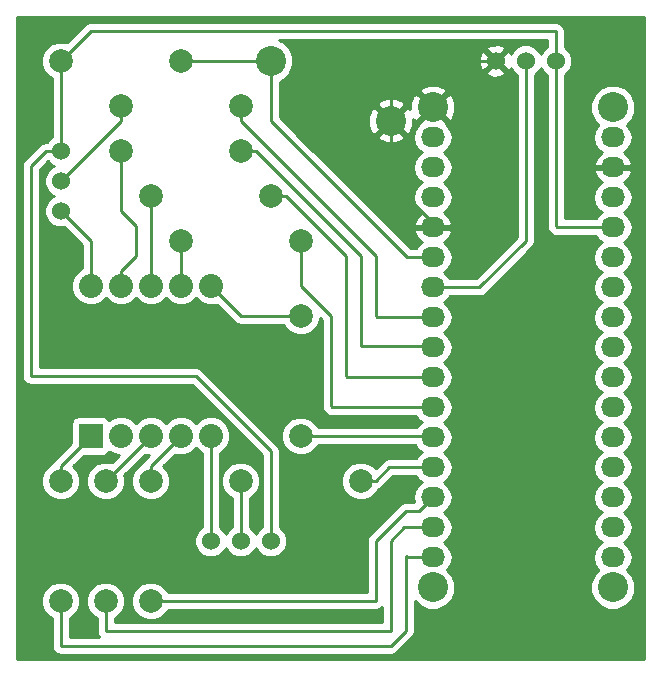
<source format=gbr>
G04 #@! TF.FileFunction,Copper,L1,Top,Signal*
%FSLAX46Y46*%
G04 Gerber Fmt 4.6, Leading zero omitted, Abs format (unit mm)*
G04 Created by KiCad (PCBNEW 4.0.2-4+6225~38~ubuntu14.04.1-stable) date 06 مار, 2016 CET 03:30:18 م*
%MOMM*%
G01*
G04 APERTURE LIST*
%ADD10C,0.100000*%
%ADD11C,1.524000*%
%ADD12O,2.032000X1.727200*%
%ADD13C,2.540000*%
%ADD14R,2.032000X2.032000*%
%ADD15C,2.032000*%
%ADD16C,1.998980*%
%ADD17C,0.250000*%
%ADD18C,0.254000*%
G04 APERTURE END LIST*
D10*
D11*
X147320000Y-64770000D03*
X149860000Y-64770000D03*
X144780000Y-64770000D03*
D12*
X139446000Y-71247000D03*
X139446000Y-73787000D03*
X139446000Y-76327000D03*
X139446000Y-78867000D03*
X139446000Y-81407000D03*
X139446000Y-83947000D03*
X139446000Y-86487000D03*
X139446000Y-89027000D03*
X139446000Y-91567000D03*
X139446000Y-94107000D03*
X139446000Y-96647000D03*
X139446000Y-99187000D03*
X139446000Y-101727000D03*
X139446000Y-104267000D03*
X139446000Y-106807000D03*
X154686000Y-71247000D03*
X154686000Y-73787000D03*
X154686000Y-76327000D03*
X154686000Y-78867000D03*
X154686000Y-81407000D03*
X154686000Y-83947000D03*
X154686000Y-86487000D03*
X154686000Y-89027000D03*
X154686000Y-91567000D03*
X154686000Y-94107000D03*
X154686000Y-96647000D03*
X154686000Y-99187000D03*
X154686000Y-101727000D03*
X154686000Y-104267000D03*
X154686000Y-106807000D03*
D13*
X139446000Y-68707000D03*
X139446000Y-109347000D03*
X154686000Y-109347000D03*
X154686000Y-68707000D03*
D14*
X110490000Y-96520000D03*
D15*
X113030000Y-96520000D03*
X115570000Y-96520000D03*
X118110000Y-96520000D03*
X113030000Y-83820000D03*
X110490000Y-83820000D03*
X120650000Y-96520000D03*
X118110000Y-83820000D03*
X120650000Y-83820000D03*
X115570000Y-83820000D03*
D11*
X107950000Y-74930000D03*
X107950000Y-77470000D03*
X107950000Y-72390000D03*
X123190000Y-105410000D03*
X120650000Y-105410000D03*
X125730000Y-105410000D03*
D16*
X107950000Y-64770000D03*
X118110000Y-64770000D03*
X123190000Y-68580000D03*
X113030000Y-68580000D03*
X128270000Y-80010000D03*
X118110000Y-80010000D03*
X128270000Y-96520000D03*
X128270000Y-86360000D03*
X115570000Y-110490000D03*
X115570000Y-100330000D03*
X107950000Y-110490000D03*
X107950000Y-100330000D03*
X111760000Y-110490000D03*
X111760000Y-100330000D03*
X125730000Y-76200000D03*
X115570000Y-76200000D03*
X123190000Y-72390000D03*
X113030000Y-72390000D03*
X133350000Y-100330000D03*
X123190000Y-100330000D03*
D13*
X125730000Y-64770000D03*
X135890000Y-69850000D03*
D17*
X135890000Y-69850000D02*
X135890000Y-64770000D01*
X135890000Y-64770000D02*
X144780000Y-64770000D01*
X139446000Y-78867000D02*
X139446000Y-78486000D01*
X139446000Y-78486000D02*
X135890000Y-74930000D01*
X135890000Y-74930000D02*
X135890000Y-69850000D01*
X139446000Y-81407000D02*
X137287000Y-81407000D01*
X125730000Y-69850000D02*
X125730000Y-64770000D01*
X137287000Y-81407000D02*
X125730000Y-69850000D01*
X125730000Y-64770000D02*
X118110000Y-64770000D01*
X139446000Y-83947000D02*
X143383000Y-83947000D01*
X147320000Y-80010000D02*
X147320000Y-64770000D01*
X143383000Y-83947000D02*
X147320000Y-80010000D01*
X123190000Y-68580000D02*
X123190000Y-69850000D01*
X134747000Y-86487000D02*
X139446000Y-86487000D01*
X134620000Y-86360000D02*
X134747000Y-86487000D01*
X134620000Y-81280000D02*
X134620000Y-86360000D01*
X123190000Y-69850000D02*
X134620000Y-81280000D01*
X139319000Y-88900000D02*
X133350000Y-88900000D01*
X124460000Y-72390000D02*
X133350000Y-81280000D01*
X133350000Y-81280000D02*
X133350000Y-88900000D01*
X124460000Y-72390000D02*
X123190000Y-72390000D01*
X139319000Y-88900000D02*
X139446000Y-89027000D01*
X125730000Y-76200000D02*
X127000000Y-76200000D01*
X132207000Y-91567000D02*
X139446000Y-91567000D01*
X132080000Y-91440000D02*
X132207000Y-91567000D01*
X132080000Y-81280000D02*
X132080000Y-91440000D01*
X127000000Y-76200000D02*
X132080000Y-81280000D01*
X128270000Y-80010000D02*
X128270000Y-83820000D01*
X130937000Y-94107000D02*
X139446000Y-94107000D01*
X130810000Y-93980000D02*
X130937000Y-94107000D01*
X130810000Y-86360000D02*
X130810000Y-93980000D01*
X128270000Y-83820000D02*
X130810000Y-86360000D01*
X128270000Y-96520000D02*
X139319000Y-96520000D01*
X139319000Y-96520000D02*
X139446000Y-96647000D01*
X133350000Y-100330000D02*
X134620000Y-100330000D01*
X135763000Y-99187000D02*
X139446000Y-99187000D01*
X134620000Y-100330000D02*
X135763000Y-99187000D01*
X115570000Y-110490000D02*
X134620000Y-110490000D01*
X138303000Y-102870000D02*
X139446000Y-101727000D01*
X137160000Y-102870000D02*
X138303000Y-102870000D01*
X134620000Y-105410000D02*
X137160000Y-102870000D01*
X134620000Y-110490000D02*
X134620000Y-105410000D01*
X111760000Y-110490000D02*
X111760000Y-113030000D01*
X137033000Y-104267000D02*
X139446000Y-104267000D01*
X135890000Y-105410000D02*
X137033000Y-104267000D01*
X135890000Y-113030000D02*
X135890000Y-105410000D01*
X111760000Y-113030000D02*
X135890000Y-113030000D01*
X107950000Y-110490000D02*
X107950000Y-114300000D01*
X137287000Y-106807000D02*
X139446000Y-106807000D01*
X137160000Y-106680000D02*
X137287000Y-106807000D01*
X137160000Y-113030000D02*
X137160000Y-106680000D01*
X135890000Y-114300000D02*
X137160000Y-113030000D01*
X107950000Y-114300000D02*
X135890000Y-114300000D01*
X154686000Y-78867000D02*
X149987000Y-78867000D01*
X149860000Y-78740000D02*
X149860000Y-64770000D01*
X149987000Y-78867000D02*
X149860000Y-78740000D01*
X149860000Y-64770000D02*
X149860000Y-62230000D01*
X110490000Y-62230000D02*
X107950000Y-64770000D01*
X149860000Y-62230000D02*
X110490000Y-62230000D01*
X125730000Y-105410000D02*
X125730000Y-97790000D01*
X106680000Y-72390000D02*
X107950000Y-72390000D01*
X105410000Y-73660000D02*
X106680000Y-72390000D01*
X105410000Y-91440000D02*
X105410000Y-73660000D01*
X119380000Y-91440000D02*
X105410000Y-91440000D01*
X121920000Y-93980000D02*
X119380000Y-91440000D01*
X125730000Y-97790000D02*
X121920000Y-93980000D01*
X107950000Y-64770000D02*
X107950000Y-72390000D01*
X107950000Y-100330000D02*
X107950000Y-99060000D01*
X107950000Y-99060000D02*
X110490000Y-96520000D01*
X111760000Y-100330000D02*
X115570000Y-96520000D01*
X115570000Y-100330000D02*
X115570000Y-99060000D01*
X115570000Y-99060000D02*
X118110000Y-96520000D01*
X113030000Y-83820000D02*
X113030000Y-82550000D01*
X113030000Y-77470000D02*
X113030000Y-72390000D01*
X114300000Y-78740000D02*
X113030000Y-77470000D01*
X114300000Y-81280000D02*
X114300000Y-78740000D01*
X113030000Y-82550000D02*
X114300000Y-81280000D01*
X110490000Y-83820000D02*
X110490000Y-80010000D01*
X110490000Y-80010000D02*
X107950000Y-77470000D01*
X120650000Y-105410000D02*
X120650000Y-96520000D01*
X118110000Y-83820000D02*
X118110000Y-80010000D01*
X128270000Y-86360000D02*
X123190000Y-86360000D01*
X123190000Y-86360000D02*
X120650000Y-83820000D01*
X115570000Y-83820000D02*
X115570000Y-76200000D01*
X113030000Y-68580000D02*
X113030000Y-69850000D01*
X113030000Y-69850000D02*
X107950000Y-74930000D01*
X123190000Y-100330000D02*
X123190000Y-105410000D01*
D18*
G36*
X157353000Y-115443000D02*
X104267000Y-115443000D01*
X104267000Y-73660000D01*
X104650000Y-73660000D01*
X104650000Y-91440000D01*
X104707852Y-91730839D01*
X104872599Y-91977401D01*
X105119161Y-92142148D01*
X105410000Y-92200000D01*
X119065198Y-92200000D01*
X124970000Y-98104802D01*
X124970000Y-104212469D01*
X124939697Y-104224990D01*
X124546371Y-104617630D01*
X124460051Y-104825512D01*
X124375010Y-104619697D01*
X123982370Y-104226371D01*
X123950000Y-104212930D01*
X123950000Y-101784496D01*
X124114655Y-101716462D01*
X124574846Y-101257073D01*
X124824206Y-100656547D01*
X124824774Y-100006306D01*
X124576462Y-99405345D01*
X124117073Y-98945154D01*
X123516547Y-98695794D01*
X122866306Y-98695226D01*
X122265345Y-98943538D01*
X121805154Y-99402927D01*
X121555794Y-100003453D01*
X121555226Y-100653694D01*
X121803538Y-101254655D01*
X122262927Y-101714846D01*
X122430000Y-101784221D01*
X122430000Y-104212469D01*
X122399697Y-104224990D01*
X122006371Y-104617630D01*
X121920051Y-104825512D01*
X121835010Y-104619697D01*
X121442370Y-104226371D01*
X121410000Y-104212930D01*
X121410000Y-97992359D01*
X121583995Y-97920466D01*
X122048834Y-97456437D01*
X122300713Y-96849845D01*
X122301286Y-96193037D01*
X122050466Y-95586005D01*
X121586437Y-95121166D01*
X120979845Y-94869287D01*
X120323037Y-94868714D01*
X119716005Y-95119534D01*
X119379821Y-95455132D01*
X119046437Y-95121166D01*
X118439845Y-94869287D01*
X117783037Y-94868714D01*
X117176005Y-95119534D01*
X116839821Y-95455132D01*
X116506437Y-95121166D01*
X115899845Y-94869287D01*
X115243037Y-94868714D01*
X114636005Y-95119534D01*
X114299821Y-95455132D01*
X113966437Y-95121166D01*
X113359845Y-94869287D01*
X112703037Y-94868714D01*
X112096005Y-95119534D01*
X112045579Y-95169872D01*
X111970090Y-95052559D01*
X111757890Y-94907569D01*
X111506000Y-94856560D01*
X109474000Y-94856560D01*
X109238683Y-94900838D01*
X109022559Y-95039910D01*
X108877569Y-95252110D01*
X108826560Y-95504000D01*
X108826560Y-97108638D01*
X107412599Y-98522599D01*
X107247852Y-98769161D01*
X107229985Y-98858982D01*
X107025345Y-98943538D01*
X106565154Y-99402927D01*
X106315794Y-100003453D01*
X106315226Y-100653694D01*
X106563538Y-101254655D01*
X107022927Y-101714846D01*
X107623453Y-101964206D01*
X108273694Y-101964774D01*
X108874655Y-101716462D01*
X109334846Y-101257073D01*
X109584206Y-100656547D01*
X109584774Y-100006306D01*
X109336462Y-99405345D01*
X109008246Y-99076556D01*
X109901362Y-98183440D01*
X111506000Y-98183440D01*
X111741317Y-98139162D01*
X111957441Y-98000090D01*
X112045713Y-97870900D01*
X112093563Y-97918834D01*
X112700155Y-98170713D01*
X112844359Y-98170839D01*
X112251083Y-98764115D01*
X112086547Y-98695794D01*
X111436306Y-98695226D01*
X110835345Y-98943538D01*
X110375154Y-99402927D01*
X110125794Y-100003453D01*
X110125226Y-100653694D01*
X110373538Y-101254655D01*
X110832927Y-101714846D01*
X111433453Y-101964206D01*
X112083694Y-101964774D01*
X112684655Y-101716462D01*
X113144846Y-101257073D01*
X113394206Y-100656547D01*
X113394774Y-100006306D01*
X113325691Y-99839111D01*
X115066286Y-98098516D01*
X115240155Y-98170713D01*
X115384359Y-98170839D01*
X115032599Y-98522599D01*
X114867852Y-98769161D01*
X114849985Y-98858982D01*
X114645345Y-98943538D01*
X114185154Y-99402927D01*
X113935794Y-100003453D01*
X113935226Y-100653694D01*
X114183538Y-101254655D01*
X114642927Y-101714846D01*
X115243453Y-101964206D01*
X115893694Y-101964774D01*
X116494655Y-101716462D01*
X116954846Y-101257073D01*
X117204206Y-100656547D01*
X117204774Y-100006306D01*
X116956462Y-99405345D01*
X116628246Y-99076556D01*
X117606286Y-98098516D01*
X117780155Y-98170713D01*
X118436963Y-98171286D01*
X119043995Y-97920466D01*
X119380179Y-97584868D01*
X119713563Y-97918834D01*
X119890000Y-97992097D01*
X119890000Y-104212469D01*
X119859697Y-104224990D01*
X119466371Y-104617630D01*
X119253243Y-105130900D01*
X119252758Y-105686661D01*
X119464990Y-106200303D01*
X119857630Y-106593629D01*
X120370900Y-106806757D01*
X120926661Y-106807242D01*
X121440303Y-106595010D01*
X121833629Y-106202370D01*
X121919949Y-105994488D01*
X122004990Y-106200303D01*
X122397630Y-106593629D01*
X122910900Y-106806757D01*
X123466661Y-106807242D01*
X123980303Y-106595010D01*
X124373629Y-106202370D01*
X124459949Y-105994488D01*
X124544990Y-106200303D01*
X124937630Y-106593629D01*
X125450900Y-106806757D01*
X126006661Y-106807242D01*
X126520303Y-106595010D01*
X126913629Y-106202370D01*
X127126757Y-105689100D01*
X127127242Y-105133339D01*
X126915010Y-104619697D01*
X126522370Y-104226371D01*
X126490000Y-104212930D01*
X126490000Y-97790000D01*
X126432148Y-97499161D01*
X126267401Y-97252599D01*
X119917401Y-90902599D01*
X119670839Y-90737852D01*
X119380000Y-90680000D01*
X106170000Y-90680000D01*
X106170000Y-73974802D01*
X106864657Y-73280145D01*
X107157630Y-73573629D01*
X107365512Y-73659949D01*
X107159697Y-73744990D01*
X106766371Y-74137630D01*
X106553243Y-74650900D01*
X106552758Y-75206661D01*
X106764990Y-75720303D01*
X107157630Y-76113629D01*
X107365512Y-76199949D01*
X107159697Y-76284990D01*
X106766371Y-76677630D01*
X106553243Y-77190900D01*
X106552758Y-77746661D01*
X106764990Y-78260303D01*
X107157630Y-78653629D01*
X107670900Y-78866757D01*
X108226661Y-78867242D01*
X108259055Y-78853857D01*
X109730000Y-80324802D01*
X109730000Y-82347641D01*
X109556005Y-82419534D01*
X109091166Y-82883563D01*
X108839287Y-83490155D01*
X108838714Y-84146963D01*
X109089534Y-84753995D01*
X109553563Y-85218834D01*
X110160155Y-85470713D01*
X110816963Y-85471286D01*
X111423995Y-85220466D01*
X111760179Y-84884868D01*
X112093563Y-85218834D01*
X112700155Y-85470713D01*
X113356963Y-85471286D01*
X113963995Y-85220466D01*
X114300179Y-84884868D01*
X114633563Y-85218834D01*
X115240155Y-85470713D01*
X115896963Y-85471286D01*
X116503995Y-85220466D01*
X116840179Y-84884868D01*
X117173563Y-85218834D01*
X117780155Y-85470713D01*
X118436963Y-85471286D01*
X119043995Y-85220466D01*
X119380179Y-84884868D01*
X119713563Y-85218834D01*
X120320155Y-85470713D01*
X120976963Y-85471286D01*
X121153529Y-85398331D01*
X122652599Y-86897401D01*
X122899160Y-87062148D01*
X122947414Y-87071746D01*
X123190000Y-87120000D01*
X126815504Y-87120000D01*
X126883538Y-87284655D01*
X127342927Y-87744846D01*
X127943453Y-87994206D01*
X128593694Y-87994774D01*
X129194655Y-87746462D01*
X129654846Y-87287073D01*
X129904206Y-86686547D01*
X129904343Y-86529145D01*
X130050000Y-86674802D01*
X130050000Y-93980000D01*
X130107852Y-94270839D01*
X130272599Y-94517401D01*
X130399599Y-94644401D01*
X130646161Y-94809148D01*
X130937000Y-94867000D01*
X138001352Y-94867000D01*
X138201585Y-95166670D01*
X138516366Y-95377000D01*
X138201585Y-95587330D01*
X138086211Y-95760000D01*
X129724496Y-95760000D01*
X129656462Y-95595345D01*
X129197073Y-95135154D01*
X128596547Y-94885794D01*
X127946306Y-94885226D01*
X127345345Y-95133538D01*
X126885154Y-95592927D01*
X126635794Y-96193453D01*
X126635226Y-96843694D01*
X126883538Y-97444655D01*
X127342927Y-97904846D01*
X127943453Y-98154206D01*
X128593694Y-98154774D01*
X129194655Y-97906462D01*
X129654846Y-97447073D01*
X129724221Y-97280000D01*
X137916493Y-97280000D01*
X138201585Y-97706670D01*
X138516366Y-97917000D01*
X138201585Y-98127330D01*
X138001352Y-98427000D01*
X135763000Y-98427000D01*
X135472161Y-98484852D01*
X135225599Y-98649599D01*
X134603274Y-99271924D01*
X134277073Y-98945154D01*
X133676547Y-98695794D01*
X133026306Y-98695226D01*
X132425345Y-98943538D01*
X131965154Y-99402927D01*
X131715794Y-100003453D01*
X131715226Y-100653694D01*
X131963538Y-101254655D01*
X132422927Y-101714846D01*
X133023453Y-101964206D01*
X133673694Y-101964774D01*
X134274655Y-101716462D01*
X134734846Y-101257073D01*
X134820807Y-101050057D01*
X134910839Y-101032148D01*
X135157401Y-100867401D01*
X136077802Y-99947000D01*
X138001352Y-99947000D01*
X138201585Y-100246670D01*
X138516366Y-100457000D01*
X138201585Y-100667330D01*
X137876729Y-101153511D01*
X137762655Y-101727000D01*
X137838838Y-102110000D01*
X137160000Y-102110000D01*
X136917414Y-102158254D01*
X136869160Y-102167852D01*
X136622599Y-102332599D01*
X134082599Y-104872599D01*
X133917852Y-105119161D01*
X133860000Y-105410000D01*
X133860000Y-109730000D01*
X117024496Y-109730000D01*
X116956462Y-109565345D01*
X116497073Y-109105154D01*
X115896547Y-108855794D01*
X115246306Y-108855226D01*
X114645345Y-109103538D01*
X114185154Y-109562927D01*
X113935794Y-110163453D01*
X113935226Y-110813694D01*
X114183538Y-111414655D01*
X114642927Y-111874846D01*
X115243453Y-112124206D01*
X115893694Y-112124774D01*
X116494655Y-111876462D01*
X116954846Y-111417073D01*
X117024221Y-111250000D01*
X134620000Y-111250000D01*
X134910839Y-111192148D01*
X135130000Y-111045710D01*
X135130000Y-112270000D01*
X112520000Y-112270000D01*
X112520000Y-111944496D01*
X112684655Y-111876462D01*
X113144846Y-111417073D01*
X113394206Y-110816547D01*
X113394774Y-110166306D01*
X113146462Y-109565345D01*
X112687073Y-109105154D01*
X112086547Y-108855794D01*
X111436306Y-108855226D01*
X110835345Y-109103538D01*
X110375154Y-109562927D01*
X110125794Y-110163453D01*
X110125226Y-110813694D01*
X110373538Y-111414655D01*
X110832927Y-111874846D01*
X111000000Y-111944221D01*
X111000000Y-113030000D01*
X111057852Y-113320839D01*
X111204290Y-113540000D01*
X108710000Y-113540000D01*
X108710000Y-111944496D01*
X108874655Y-111876462D01*
X109334846Y-111417073D01*
X109584206Y-110816547D01*
X109584774Y-110166306D01*
X109336462Y-109565345D01*
X108877073Y-109105154D01*
X108276547Y-108855794D01*
X107626306Y-108855226D01*
X107025345Y-109103538D01*
X106565154Y-109562927D01*
X106315794Y-110163453D01*
X106315226Y-110813694D01*
X106563538Y-111414655D01*
X107022927Y-111874846D01*
X107190000Y-111944221D01*
X107190000Y-114300000D01*
X107247852Y-114590839D01*
X107412599Y-114837401D01*
X107659161Y-115002148D01*
X107950000Y-115060000D01*
X135890000Y-115060000D01*
X136180839Y-115002148D01*
X136427401Y-114837401D01*
X137697401Y-113567401D01*
X137862148Y-113320840D01*
X137920000Y-113030000D01*
X137920000Y-110514765D01*
X138365495Y-110961039D01*
X139065410Y-111251668D01*
X139823265Y-111252330D01*
X140523686Y-110962922D01*
X141060039Y-110427505D01*
X141350668Y-109727590D01*
X141351330Y-108969735D01*
X141061922Y-108269314D01*
X140672158Y-107878869D01*
X140690415Y-107866670D01*
X141015271Y-107380489D01*
X141129345Y-106807000D01*
X141015271Y-106233511D01*
X140690415Y-105747330D01*
X140375634Y-105537000D01*
X140690415Y-105326670D01*
X141015271Y-104840489D01*
X141129345Y-104267000D01*
X141015271Y-103693511D01*
X140690415Y-103207330D01*
X140375634Y-102997000D01*
X140690415Y-102786670D01*
X141015271Y-102300489D01*
X141129345Y-101727000D01*
X141015271Y-101153511D01*
X140690415Y-100667330D01*
X140375634Y-100457000D01*
X140690415Y-100246670D01*
X141015271Y-99760489D01*
X141129345Y-99187000D01*
X141015271Y-98613511D01*
X140690415Y-98127330D01*
X140375634Y-97917000D01*
X140690415Y-97706670D01*
X141015271Y-97220489D01*
X141129345Y-96647000D01*
X141015271Y-96073511D01*
X140690415Y-95587330D01*
X140375634Y-95377000D01*
X140690415Y-95166670D01*
X141015271Y-94680489D01*
X141129345Y-94107000D01*
X141015271Y-93533511D01*
X140690415Y-93047330D01*
X140375634Y-92837000D01*
X140690415Y-92626670D01*
X141015271Y-92140489D01*
X141129345Y-91567000D01*
X141015271Y-90993511D01*
X140690415Y-90507330D01*
X140375634Y-90297000D01*
X140690415Y-90086670D01*
X141015271Y-89600489D01*
X141129345Y-89027000D01*
X141015271Y-88453511D01*
X140690415Y-87967330D01*
X140375634Y-87757000D01*
X140690415Y-87546670D01*
X141015271Y-87060489D01*
X141129345Y-86487000D01*
X141015271Y-85913511D01*
X140690415Y-85427330D01*
X140375634Y-85217000D01*
X140690415Y-85006670D01*
X140890648Y-84707000D01*
X143383000Y-84707000D01*
X143673839Y-84649148D01*
X143920401Y-84484401D01*
X147857401Y-80547401D01*
X148022148Y-80300839D01*
X148080000Y-80010000D01*
X148080000Y-65967531D01*
X148110303Y-65955010D01*
X148503629Y-65562370D01*
X148589949Y-65354488D01*
X148674990Y-65560303D01*
X149067630Y-65953629D01*
X149100000Y-65967070D01*
X149100000Y-78740000D01*
X149157852Y-79030839D01*
X149322599Y-79277401D01*
X149449599Y-79404401D01*
X149696161Y-79569148D01*
X149987000Y-79627000D01*
X153241352Y-79627000D01*
X153441585Y-79926670D01*
X153756366Y-80137000D01*
X153441585Y-80347330D01*
X153116729Y-80833511D01*
X153002655Y-81407000D01*
X153116729Y-81980489D01*
X153441585Y-82466670D01*
X153756366Y-82677000D01*
X153441585Y-82887330D01*
X153116729Y-83373511D01*
X153002655Y-83947000D01*
X153116729Y-84520489D01*
X153441585Y-85006670D01*
X153756366Y-85217000D01*
X153441585Y-85427330D01*
X153116729Y-85913511D01*
X153002655Y-86487000D01*
X153116729Y-87060489D01*
X153441585Y-87546670D01*
X153756366Y-87757000D01*
X153441585Y-87967330D01*
X153116729Y-88453511D01*
X153002655Y-89027000D01*
X153116729Y-89600489D01*
X153441585Y-90086670D01*
X153756366Y-90297000D01*
X153441585Y-90507330D01*
X153116729Y-90993511D01*
X153002655Y-91567000D01*
X153116729Y-92140489D01*
X153441585Y-92626670D01*
X153756366Y-92837000D01*
X153441585Y-93047330D01*
X153116729Y-93533511D01*
X153002655Y-94107000D01*
X153116729Y-94680489D01*
X153441585Y-95166670D01*
X153756366Y-95377000D01*
X153441585Y-95587330D01*
X153116729Y-96073511D01*
X153002655Y-96647000D01*
X153116729Y-97220489D01*
X153441585Y-97706670D01*
X153756366Y-97917000D01*
X153441585Y-98127330D01*
X153116729Y-98613511D01*
X153002655Y-99187000D01*
X153116729Y-99760489D01*
X153441585Y-100246670D01*
X153756366Y-100457000D01*
X153441585Y-100667330D01*
X153116729Y-101153511D01*
X153002655Y-101727000D01*
X153116729Y-102300489D01*
X153441585Y-102786670D01*
X153756366Y-102997000D01*
X153441585Y-103207330D01*
X153116729Y-103693511D01*
X153002655Y-104267000D01*
X153116729Y-104840489D01*
X153441585Y-105326670D01*
X153756366Y-105537000D01*
X153441585Y-105747330D01*
X153116729Y-106233511D01*
X153002655Y-106807000D01*
X153116729Y-107380489D01*
X153441585Y-107866670D01*
X153460095Y-107879038D01*
X153071961Y-108266495D01*
X152781332Y-108966410D01*
X152780670Y-109724265D01*
X153070078Y-110424686D01*
X153605495Y-110961039D01*
X154305410Y-111251668D01*
X155063265Y-111252330D01*
X155763686Y-110962922D01*
X156300039Y-110427505D01*
X156590668Y-109727590D01*
X156591330Y-108969735D01*
X156301922Y-108269314D01*
X155912158Y-107878869D01*
X155930415Y-107866670D01*
X156255271Y-107380489D01*
X156369345Y-106807000D01*
X156255271Y-106233511D01*
X155930415Y-105747330D01*
X155615634Y-105537000D01*
X155930415Y-105326670D01*
X156255271Y-104840489D01*
X156369345Y-104267000D01*
X156255271Y-103693511D01*
X155930415Y-103207330D01*
X155615634Y-102997000D01*
X155930415Y-102786670D01*
X156255271Y-102300489D01*
X156369345Y-101727000D01*
X156255271Y-101153511D01*
X155930415Y-100667330D01*
X155615634Y-100457000D01*
X155930415Y-100246670D01*
X156255271Y-99760489D01*
X156369345Y-99187000D01*
X156255271Y-98613511D01*
X155930415Y-98127330D01*
X155615634Y-97917000D01*
X155930415Y-97706670D01*
X156255271Y-97220489D01*
X156369345Y-96647000D01*
X156255271Y-96073511D01*
X155930415Y-95587330D01*
X155615634Y-95377000D01*
X155930415Y-95166670D01*
X156255271Y-94680489D01*
X156369345Y-94107000D01*
X156255271Y-93533511D01*
X155930415Y-93047330D01*
X155615634Y-92837000D01*
X155930415Y-92626670D01*
X156255271Y-92140489D01*
X156369345Y-91567000D01*
X156255271Y-90993511D01*
X155930415Y-90507330D01*
X155615634Y-90297000D01*
X155930415Y-90086670D01*
X156255271Y-89600489D01*
X156369345Y-89027000D01*
X156255271Y-88453511D01*
X155930415Y-87967330D01*
X155615634Y-87757000D01*
X155930415Y-87546670D01*
X156255271Y-87060489D01*
X156369345Y-86487000D01*
X156255271Y-85913511D01*
X155930415Y-85427330D01*
X155615634Y-85217000D01*
X155930415Y-85006670D01*
X156255271Y-84520489D01*
X156369345Y-83947000D01*
X156255271Y-83373511D01*
X155930415Y-82887330D01*
X155615634Y-82677000D01*
X155930415Y-82466670D01*
X156255271Y-81980489D01*
X156369345Y-81407000D01*
X156255271Y-80833511D01*
X155930415Y-80347330D01*
X155615634Y-80137000D01*
X155930415Y-79926670D01*
X156255271Y-79440489D01*
X156369345Y-78867000D01*
X156255271Y-78293511D01*
X155930415Y-77807330D01*
X155615634Y-77597000D01*
X155930415Y-77386670D01*
X156255271Y-76900489D01*
X156369345Y-76327000D01*
X156255271Y-75753511D01*
X155930415Y-75267330D01*
X155620931Y-75060539D01*
X156036732Y-74689036D01*
X156290709Y-74161791D01*
X156293358Y-74146026D01*
X156172217Y-73914000D01*
X154813000Y-73914000D01*
X154813000Y-73934000D01*
X154559000Y-73934000D01*
X154559000Y-73914000D01*
X153199783Y-73914000D01*
X153078642Y-74146026D01*
X153081291Y-74161791D01*
X153335268Y-74689036D01*
X153751069Y-75060539D01*
X153441585Y-75267330D01*
X153116729Y-75753511D01*
X153002655Y-76327000D01*
X153116729Y-76900489D01*
X153441585Y-77386670D01*
X153756366Y-77597000D01*
X153441585Y-77807330D01*
X153241352Y-78107000D01*
X150620000Y-78107000D01*
X150620000Y-69084265D01*
X152780670Y-69084265D01*
X153070078Y-69784686D01*
X153459842Y-70175131D01*
X153441585Y-70187330D01*
X153116729Y-70673511D01*
X153002655Y-71247000D01*
X153116729Y-71820489D01*
X153441585Y-72306670D01*
X153751069Y-72513461D01*
X153335268Y-72884964D01*
X153081291Y-73412209D01*
X153078642Y-73427974D01*
X153199783Y-73660000D01*
X154559000Y-73660000D01*
X154559000Y-73640000D01*
X154813000Y-73640000D01*
X154813000Y-73660000D01*
X156172217Y-73660000D01*
X156293358Y-73427974D01*
X156290709Y-73412209D01*
X156036732Y-72884964D01*
X155620931Y-72513461D01*
X155930415Y-72306670D01*
X156255271Y-71820489D01*
X156369345Y-71247000D01*
X156255271Y-70673511D01*
X155930415Y-70187330D01*
X155911905Y-70174962D01*
X156300039Y-69787505D01*
X156590668Y-69087590D01*
X156591330Y-68329735D01*
X156301922Y-67629314D01*
X155766505Y-67092961D01*
X155066590Y-66802332D01*
X154308735Y-66801670D01*
X153608314Y-67091078D01*
X153071961Y-67626495D01*
X152781332Y-68326410D01*
X152780670Y-69084265D01*
X150620000Y-69084265D01*
X150620000Y-65967531D01*
X150650303Y-65955010D01*
X151043629Y-65562370D01*
X151256757Y-65049100D01*
X151257242Y-64493339D01*
X151045010Y-63979697D01*
X150652370Y-63586371D01*
X150620000Y-63572930D01*
X150620000Y-62230000D01*
X150562148Y-61939161D01*
X150397401Y-61692599D01*
X150150839Y-61527852D01*
X149860000Y-61470000D01*
X110490000Y-61470000D01*
X110247414Y-61518254D01*
X110199160Y-61527852D01*
X109952599Y-61692599D01*
X108441083Y-63204115D01*
X108276547Y-63135794D01*
X107626306Y-63135226D01*
X107025345Y-63383538D01*
X106565154Y-63842927D01*
X106315794Y-64443453D01*
X106315226Y-65093694D01*
X106563538Y-65694655D01*
X107022927Y-66154846D01*
X107190000Y-66224221D01*
X107190000Y-71192469D01*
X107159697Y-71204990D01*
X106766371Y-71597630D01*
X106752930Y-71630000D01*
X106680000Y-71630000D01*
X106389160Y-71687852D01*
X106142599Y-71852599D01*
X104872599Y-73122599D01*
X104707852Y-73369161D01*
X104650000Y-73660000D01*
X104267000Y-73660000D01*
X104267000Y-61087000D01*
X157353000Y-61087000D01*
X157353000Y-115443000D01*
X157353000Y-115443000D01*
G37*
X157353000Y-115443000D02*
X104267000Y-115443000D01*
X104267000Y-73660000D01*
X104650000Y-73660000D01*
X104650000Y-91440000D01*
X104707852Y-91730839D01*
X104872599Y-91977401D01*
X105119161Y-92142148D01*
X105410000Y-92200000D01*
X119065198Y-92200000D01*
X124970000Y-98104802D01*
X124970000Y-104212469D01*
X124939697Y-104224990D01*
X124546371Y-104617630D01*
X124460051Y-104825512D01*
X124375010Y-104619697D01*
X123982370Y-104226371D01*
X123950000Y-104212930D01*
X123950000Y-101784496D01*
X124114655Y-101716462D01*
X124574846Y-101257073D01*
X124824206Y-100656547D01*
X124824774Y-100006306D01*
X124576462Y-99405345D01*
X124117073Y-98945154D01*
X123516547Y-98695794D01*
X122866306Y-98695226D01*
X122265345Y-98943538D01*
X121805154Y-99402927D01*
X121555794Y-100003453D01*
X121555226Y-100653694D01*
X121803538Y-101254655D01*
X122262927Y-101714846D01*
X122430000Y-101784221D01*
X122430000Y-104212469D01*
X122399697Y-104224990D01*
X122006371Y-104617630D01*
X121920051Y-104825512D01*
X121835010Y-104619697D01*
X121442370Y-104226371D01*
X121410000Y-104212930D01*
X121410000Y-97992359D01*
X121583995Y-97920466D01*
X122048834Y-97456437D01*
X122300713Y-96849845D01*
X122301286Y-96193037D01*
X122050466Y-95586005D01*
X121586437Y-95121166D01*
X120979845Y-94869287D01*
X120323037Y-94868714D01*
X119716005Y-95119534D01*
X119379821Y-95455132D01*
X119046437Y-95121166D01*
X118439845Y-94869287D01*
X117783037Y-94868714D01*
X117176005Y-95119534D01*
X116839821Y-95455132D01*
X116506437Y-95121166D01*
X115899845Y-94869287D01*
X115243037Y-94868714D01*
X114636005Y-95119534D01*
X114299821Y-95455132D01*
X113966437Y-95121166D01*
X113359845Y-94869287D01*
X112703037Y-94868714D01*
X112096005Y-95119534D01*
X112045579Y-95169872D01*
X111970090Y-95052559D01*
X111757890Y-94907569D01*
X111506000Y-94856560D01*
X109474000Y-94856560D01*
X109238683Y-94900838D01*
X109022559Y-95039910D01*
X108877569Y-95252110D01*
X108826560Y-95504000D01*
X108826560Y-97108638D01*
X107412599Y-98522599D01*
X107247852Y-98769161D01*
X107229985Y-98858982D01*
X107025345Y-98943538D01*
X106565154Y-99402927D01*
X106315794Y-100003453D01*
X106315226Y-100653694D01*
X106563538Y-101254655D01*
X107022927Y-101714846D01*
X107623453Y-101964206D01*
X108273694Y-101964774D01*
X108874655Y-101716462D01*
X109334846Y-101257073D01*
X109584206Y-100656547D01*
X109584774Y-100006306D01*
X109336462Y-99405345D01*
X109008246Y-99076556D01*
X109901362Y-98183440D01*
X111506000Y-98183440D01*
X111741317Y-98139162D01*
X111957441Y-98000090D01*
X112045713Y-97870900D01*
X112093563Y-97918834D01*
X112700155Y-98170713D01*
X112844359Y-98170839D01*
X112251083Y-98764115D01*
X112086547Y-98695794D01*
X111436306Y-98695226D01*
X110835345Y-98943538D01*
X110375154Y-99402927D01*
X110125794Y-100003453D01*
X110125226Y-100653694D01*
X110373538Y-101254655D01*
X110832927Y-101714846D01*
X111433453Y-101964206D01*
X112083694Y-101964774D01*
X112684655Y-101716462D01*
X113144846Y-101257073D01*
X113394206Y-100656547D01*
X113394774Y-100006306D01*
X113325691Y-99839111D01*
X115066286Y-98098516D01*
X115240155Y-98170713D01*
X115384359Y-98170839D01*
X115032599Y-98522599D01*
X114867852Y-98769161D01*
X114849985Y-98858982D01*
X114645345Y-98943538D01*
X114185154Y-99402927D01*
X113935794Y-100003453D01*
X113935226Y-100653694D01*
X114183538Y-101254655D01*
X114642927Y-101714846D01*
X115243453Y-101964206D01*
X115893694Y-101964774D01*
X116494655Y-101716462D01*
X116954846Y-101257073D01*
X117204206Y-100656547D01*
X117204774Y-100006306D01*
X116956462Y-99405345D01*
X116628246Y-99076556D01*
X117606286Y-98098516D01*
X117780155Y-98170713D01*
X118436963Y-98171286D01*
X119043995Y-97920466D01*
X119380179Y-97584868D01*
X119713563Y-97918834D01*
X119890000Y-97992097D01*
X119890000Y-104212469D01*
X119859697Y-104224990D01*
X119466371Y-104617630D01*
X119253243Y-105130900D01*
X119252758Y-105686661D01*
X119464990Y-106200303D01*
X119857630Y-106593629D01*
X120370900Y-106806757D01*
X120926661Y-106807242D01*
X121440303Y-106595010D01*
X121833629Y-106202370D01*
X121919949Y-105994488D01*
X122004990Y-106200303D01*
X122397630Y-106593629D01*
X122910900Y-106806757D01*
X123466661Y-106807242D01*
X123980303Y-106595010D01*
X124373629Y-106202370D01*
X124459949Y-105994488D01*
X124544990Y-106200303D01*
X124937630Y-106593629D01*
X125450900Y-106806757D01*
X126006661Y-106807242D01*
X126520303Y-106595010D01*
X126913629Y-106202370D01*
X127126757Y-105689100D01*
X127127242Y-105133339D01*
X126915010Y-104619697D01*
X126522370Y-104226371D01*
X126490000Y-104212930D01*
X126490000Y-97790000D01*
X126432148Y-97499161D01*
X126267401Y-97252599D01*
X119917401Y-90902599D01*
X119670839Y-90737852D01*
X119380000Y-90680000D01*
X106170000Y-90680000D01*
X106170000Y-73974802D01*
X106864657Y-73280145D01*
X107157630Y-73573629D01*
X107365512Y-73659949D01*
X107159697Y-73744990D01*
X106766371Y-74137630D01*
X106553243Y-74650900D01*
X106552758Y-75206661D01*
X106764990Y-75720303D01*
X107157630Y-76113629D01*
X107365512Y-76199949D01*
X107159697Y-76284990D01*
X106766371Y-76677630D01*
X106553243Y-77190900D01*
X106552758Y-77746661D01*
X106764990Y-78260303D01*
X107157630Y-78653629D01*
X107670900Y-78866757D01*
X108226661Y-78867242D01*
X108259055Y-78853857D01*
X109730000Y-80324802D01*
X109730000Y-82347641D01*
X109556005Y-82419534D01*
X109091166Y-82883563D01*
X108839287Y-83490155D01*
X108838714Y-84146963D01*
X109089534Y-84753995D01*
X109553563Y-85218834D01*
X110160155Y-85470713D01*
X110816963Y-85471286D01*
X111423995Y-85220466D01*
X111760179Y-84884868D01*
X112093563Y-85218834D01*
X112700155Y-85470713D01*
X113356963Y-85471286D01*
X113963995Y-85220466D01*
X114300179Y-84884868D01*
X114633563Y-85218834D01*
X115240155Y-85470713D01*
X115896963Y-85471286D01*
X116503995Y-85220466D01*
X116840179Y-84884868D01*
X117173563Y-85218834D01*
X117780155Y-85470713D01*
X118436963Y-85471286D01*
X119043995Y-85220466D01*
X119380179Y-84884868D01*
X119713563Y-85218834D01*
X120320155Y-85470713D01*
X120976963Y-85471286D01*
X121153529Y-85398331D01*
X122652599Y-86897401D01*
X122899160Y-87062148D01*
X122947414Y-87071746D01*
X123190000Y-87120000D01*
X126815504Y-87120000D01*
X126883538Y-87284655D01*
X127342927Y-87744846D01*
X127943453Y-87994206D01*
X128593694Y-87994774D01*
X129194655Y-87746462D01*
X129654846Y-87287073D01*
X129904206Y-86686547D01*
X129904343Y-86529145D01*
X130050000Y-86674802D01*
X130050000Y-93980000D01*
X130107852Y-94270839D01*
X130272599Y-94517401D01*
X130399599Y-94644401D01*
X130646161Y-94809148D01*
X130937000Y-94867000D01*
X138001352Y-94867000D01*
X138201585Y-95166670D01*
X138516366Y-95377000D01*
X138201585Y-95587330D01*
X138086211Y-95760000D01*
X129724496Y-95760000D01*
X129656462Y-95595345D01*
X129197073Y-95135154D01*
X128596547Y-94885794D01*
X127946306Y-94885226D01*
X127345345Y-95133538D01*
X126885154Y-95592927D01*
X126635794Y-96193453D01*
X126635226Y-96843694D01*
X126883538Y-97444655D01*
X127342927Y-97904846D01*
X127943453Y-98154206D01*
X128593694Y-98154774D01*
X129194655Y-97906462D01*
X129654846Y-97447073D01*
X129724221Y-97280000D01*
X137916493Y-97280000D01*
X138201585Y-97706670D01*
X138516366Y-97917000D01*
X138201585Y-98127330D01*
X138001352Y-98427000D01*
X135763000Y-98427000D01*
X135472161Y-98484852D01*
X135225599Y-98649599D01*
X134603274Y-99271924D01*
X134277073Y-98945154D01*
X133676547Y-98695794D01*
X133026306Y-98695226D01*
X132425345Y-98943538D01*
X131965154Y-99402927D01*
X131715794Y-100003453D01*
X131715226Y-100653694D01*
X131963538Y-101254655D01*
X132422927Y-101714846D01*
X133023453Y-101964206D01*
X133673694Y-101964774D01*
X134274655Y-101716462D01*
X134734846Y-101257073D01*
X134820807Y-101050057D01*
X134910839Y-101032148D01*
X135157401Y-100867401D01*
X136077802Y-99947000D01*
X138001352Y-99947000D01*
X138201585Y-100246670D01*
X138516366Y-100457000D01*
X138201585Y-100667330D01*
X137876729Y-101153511D01*
X137762655Y-101727000D01*
X137838838Y-102110000D01*
X137160000Y-102110000D01*
X136917414Y-102158254D01*
X136869160Y-102167852D01*
X136622599Y-102332599D01*
X134082599Y-104872599D01*
X133917852Y-105119161D01*
X133860000Y-105410000D01*
X133860000Y-109730000D01*
X117024496Y-109730000D01*
X116956462Y-109565345D01*
X116497073Y-109105154D01*
X115896547Y-108855794D01*
X115246306Y-108855226D01*
X114645345Y-109103538D01*
X114185154Y-109562927D01*
X113935794Y-110163453D01*
X113935226Y-110813694D01*
X114183538Y-111414655D01*
X114642927Y-111874846D01*
X115243453Y-112124206D01*
X115893694Y-112124774D01*
X116494655Y-111876462D01*
X116954846Y-111417073D01*
X117024221Y-111250000D01*
X134620000Y-111250000D01*
X134910839Y-111192148D01*
X135130000Y-111045710D01*
X135130000Y-112270000D01*
X112520000Y-112270000D01*
X112520000Y-111944496D01*
X112684655Y-111876462D01*
X113144846Y-111417073D01*
X113394206Y-110816547D01*
X113394774Y-110166306D01*
X113146462Y-109565345D01*
X112687073Y-109105154D01*
X112086547Y-108855794D01*
X111436306Y-108855226D01*
X110835345Y-109103538D01*
X110375154Y-109562927D01*
X110125794Y-110163453D01*
X110125226Y-110813694D01*
X110373538Y-111414655D01*
X110832927Y-111874846D01*
X111000000Y-111944221D01*
X111000000Y-113030000D01*
X111057852Y-113320839D01*
X111204290Y-113540000D01*
X108710000Y-113540000D01*
X108710000Y-111944496D01*
X108874655Y-111876462D01*
X109334846Y-111417073D01*
X109584206Y-110816547D01*
X109584774Y-110166306D01*
X109336462Y-109565345D01*
X108877073Y-109105154D01*
X108276547Y-108855794D01*
X107626306Y-108855226D01*
X107025345Y-109103538D01*
X106565154Y-109562927D01*
X106315794Y-110163453D01*
X106315226Y-110813694D01*
X106563538Y-111414655D01*
X107022927Y-111874846D01*
X107190000Y-111944221D01*
X107190000Y-114300000D01*
X107247852Y-114590839D01*
X107412599Y-114837401D01*
X107659161Y-115002148D01*
X107950000Y-115060000D01*
X135890000Y-115060000D01*
X136180839Y-115002148D01*
X136427401Y-114837401D01*
X137697401Y-113567401D01*
X137862148Y-113320840D01*
X137920000Y-113030000D01*
X137920000Y-110514765D01*
X138365495Y-110961039D01*
X139065410Y-111251668D01*
X139823265Y-111252330D01*
X140523686Y-110962922D01*
X141060039Y-110427505D01*
X141350668Y-109727590D01*
X141351330Y-108969735D01*
X141061922Y-108269314D01*
X140672158Y-107878869D01*
X140690415Y-107866670D01*
X141015271Y-107380489D01*
X141129345Y-106807000D01*
X141015271Y-106233511D01*
X140690415Y-105747330D01*
X140375634Y-105537000D01*
X140690415Y-105326670D01*
X141015271Y-104840489D01*
X141129345Y-104267000D01*
X141015271Y-103693511D01*
X140690415Y-103207330D01*
X140375634Y-102997000D01*
X140690415Y-102786670D01*
X141015271Y-102300489D01*
X141129345Y-101727000D01*
X141015271Y-101153511D01*
X140690415Y-100667330D01*
X140375634Y-100457000D01*
X140690415Y-100246670D01*
X141015271Y-99760489D01*
X141129345Y-99187000D01*
X141015271Y-98613511D01*
X140690415Y-98127330D01*
X140375634Y-97917000D01*
X140690415Y-97706670D01*
X141015271Y-97220489D01*
X141129345Y-96647000D01*
X141015271Y-96073511D01*
X140690415Y-95587330D01*
X140375634Y-95377000D01*
X140690415Y-95166670D01*
X141015271Y-94680489D01*
X141129345Y-94107000D01*
X141015271Y-93533511D01*
X140690415Y-93047330D01*
X140375634Y-92837000D01*
X140690415Y-92626670D01*
X141015271Y-92140489D01*
X141129345Y-91567000D01*
X141015271Y-90993511D01*
X140690415Y-90507330D01*
X140375634Y-90297000D01*
X140690415Y-90086670D01*
X141015271Y-89600489D01*
X141129345Y-89027000D01*
X141015271Y-88453511D01*
X140690415Y-87967330D01*
X140375634Y-87757000D01*
X140690415Y-87546670D01*
X141015271Y-87060489D01*
X141129345Y-86487000D01*
X141015271Y-85913511D01*
X140690415Y-85427330D01*
X140375634Y-85217000D01*
X140690415Y-85006670D01*
X140890648Y-84707000D01*
X143383000Y-84707000D01*
X143673839Y-84649148D01*
X143920401Y-84484401D01*
X147857401Y-80547401D01*
X148022148Y-80300839D01*
X148080000Y-80010000D01*
X148080000Y-65967531D01*
X148110303Y-65955010D01*
X148503629Y-65562370D01*
X148589949Y-65354488D01*
X148674990Y-65560303D01*
X149067630Y-65953629D01*
X149100000Y-65967070D01*
X149100000Y-78740000D01*
X149157852Y-79030839D01*
X149322599Y-79277401D01*
X149449599Y-79404401D01*
X149696161Y-79569148D01*
X149987000Y-79627000D01*
X153241352Y-79627000D01*
X153441585Y-79926670D01*
X153756366Y-80137000D01*
X153441585Y-80347330D01*
X153116729Y-80833511D01*
X153002655Y-81407000D01*
X153116729Y-81980489D01*
X153441585Y-82466670D01*
X153756366Y-82677000D01*
X153441585Y-82887330D01*
X153116729Y-83373511D01*
X153002655Y-83947000D01*
X153116729Y-84520489D01*
X153441585Y-85006670D01*
X153756366Y-85217000D01*
X153441585Y-85427330D01*
X153116729Y-85913511D01*
X153002655Y-86487000D01*
X153116729Y-87060489D01*
X153441585Y-87546670D01*
X153756366Y-87757000D01*
X153441585Y-87967330D01*
X153116729Y-88453511D01*
X153002655Y-89027000D01*
X153116729Y-89600489D01*
X153441585Y-90086670D01*
X153756366Y-90297000D01*
X153441585Y-90507330D01*
X153116729Y-90993511D01*
X153002655Y-91567000D01*
X153116729Y-92140489D01*
X153441585Y-92626670D01*
X153756366Y-92837000D01*
X153441585Y-93047330D01*
X153116729Y-93533511D01*
X153002655Y-94107000D01*
X153116729Y-94680489D01*
X153441585Y-95166670D01*
X153756366Y-95377000D01*
X153441585Y-95587330D01*
X153116729Y-96073511D01*
X153002655Y-96647000D01*
X153116729Y-97220489D01*
X153441585Y-97706670D01*
X153756366Y-97917000D01*
X153441585Y-98127330D01*
X153116729Y-98613511D01*
X153002655Y-99187000D01*
X153116729Y-99760489D01*
X153441585Y-100246670D01*
X153756366Y-100457000D01*
X153441585Y-100667330D01*
X153116729Y-101153511D01*
X153002655Y-101727000D01*
X153116729Y-102300489D01*
X153441585Y-102786670D01*
X153756366Y-102997000D01*
X153441585Y-103207330D01*
X153116729Y-103693511D01*
X153002655Y-104267000D01*
X153116729Y-104840489D01*
X153441585Y-105326670D01*
X153756366Y-105537000D01*
X153441585Y-105747330D01*
X153116729Y-106233511D01*
X153002655Y-106807000D01*
X153116729Y-107380489D01*
X153441585Y-107866670D01*
X153460095Y-107879038D01*
X153071961Y-108266495D01*
X152781332Y-108966410D01*
X152780670Y-109724265D01*
X153070078Y-110424686D01*
X153605495Y-110961039D01*
X154305410Y-111251668D01*
X155063265Y-111252330D01*
X155763686Y-110962922D01*
X156300039Y-110427505D01*
X156590668Y-109727590D01*
X156591330Y-108969735D01*
X156301922Y-108269314D01*
X155912158Y-107878869D01*
X155930415Y-107866670D01*
X156255271Y-107380489D01*
X156369345Y-106807000D01*
X156255271Y-106233511D01*
X155930415Y-105747330D01*
X155615634Y-105537000D01*
X155930415Y-105326670D01*
X156255271Y-104840489D01*
X156369345Y-104267000D01*
X156255271Y-103693511D01*
X155930415Y-103207330D01*
X155615634Y-102997000D01*
X155930415Y-102786670D01*
X156255271Y-102300489D01*
X156369345Y-101727000D01*
X156255271Y-101153511D01*
X155930415Y-100667330D01*
X155615634Y-100457000D01*
X155930415Y-100246670D01*
X156255271Y-99760489D01*
X156369345Y-99187000D01*
X156255271Y-98613511D01*
X155930415Y-98127330D01*
X155615634Y-97917000D01*
X155930415Y-97706670D01*
X156255271Y-97220489D01*
X156369345Y-96647000D01*
X156255271Y-96073511D01*
X155930415Y-95587330D01*
X155615634Y-95377000D01*
X155930415Y-95166670D01*
X156255271Y-94680489D01*
X156369345Y-94107000D01*
X156255271Y-93533511D01*
X155930415Y-93047330D01*
X155615634Y-92837000D01*
X155930415Y-92626670D01*
X156255271Y-92140489D01*
X156369345Y-91567000D01*
X156255271Y-90993511D01*
X155930415Y-90507330D01*
X155615634Y-90297000D01*
X155930415Y-90086670D01*
X156255271Y-89600489D01*
X156369345Y-89027000D01*
X156255271Y-88453511D01*
X155930415Y-87967330D01*
X155615634Y-87757000D01*
X155930415Y-87546670D01*
X156255271Y-87060489D01*
X156369345Y-86487000D01*
X156255271Y-85913511D01*
X155930415Y-85427330D01*
X155615634Y-85217000D01*
X155930415Y-85006670D01*
X156255271Y-84520489D01*
X156369345Y-83947000D01*
X156255271Y-83373511D01*
X155930415Y-82887330D01*
X155615634Y-82677000D01*
X155930415Y-82466670D01*
X156255271Y-81980489D01*
X156369345Y-81407000D01*
X156255271Y-80833511D01*
X155930415Y-80347330D01*
X155615634Y-80137000D01*
X155930415Y-79926670D01*
X156255271Y-79440489D01*
X156369345Y-78867000D01*
X156255271Y-78293511D01*
X155930415Y-77807330D01*
X155615634Y-77597000D01*
X155930415Y-77386670D01*
X156255271Y-76900489D01*
X156369345Y-76327000D01*
X156255271Y-75753511D01*
X155930415Y-75267330D01*
X155620931Y-75060539D01*
X156036732Y-74689036D01*
X156290709Y-74161791D01*
X156293358Y-74146026D01*
X156172217Y-73914000D01*
X154813000Y-73914000D01*
X154813000Y-73934000D01*
X154559000Y-73934000D01*
X154559000Y-73914000D01*
X153199783Y-73914000D01*
X153078642Y-74146026D01*
X153081291Y-74161791D01*
X153335268Y-74689036D01*
X153751069Y-75060539D01*
X153441585Y-75267330D01*
X153116729Y-75753511D01*
X153002655Y-76327000D01*
X153116729Y-76900489D01*
X153441585Y-77386670D01*
X153756366Y-77597000D01*
X153441585Y-77807330D01*
X153241352Y-78107000D01*
X150620000Y-78107000D01*
X150620000Y-69084265D01*
X152780670Y-69084265D01*
X153070078Y-69784686D01*
X153459842Y-70175131D01*
X153441585Y-70187330D01*
X153116729Y-70673511D01*
X153002655Y-71247000D01*
X153116729Y-71820489D01*
X153441585Y-72306670D01*
X153751069Y-72513461D01*
X153335268Y-72884964D01*
X153081291Y-73412209D01*
X153078642Y-73427974D01*
X153199783Y-73660000D01*
X154559000Y-73660000D01*
X154559000Y-73640000D01*
X154813000Y-73640000D01*
X154813000Y-73660000D01*
X156172217Y-73660000D01*
X156293358Y-73427974D01*
X156290709Y-73412209D01*
X156036732Y-72884964D01*
X155620931Y-72513461D01*
X155930415Y-72306670D01*
X156255271Y-71820489D01*
X156369345Y-71247000D01*
X156255271Y-70673511D01*
X155930415Y-70187330D01*
X155911905Y-70174962D01*
X156300039Y-69787505D01*
X156590668Y-69087590D01*
X156591330Y-68329735D01*
X156301922Y-67629314D01*
X155766505Y-67092961D01*
X155066590Y-66802332D01*
X154308735Y-66801670D01*
X153608314Y-67091078D01*
X153071961Y-67626495D01*
X152781332Y-68326410D01*
X152780670Y-69084265D01*
X150620000Y-69084265D01*
X150620000Y-65967531D01*
X150650303Y-65955010D01*
X151043629Y-65562370D01*
X151256757Y-65049100D01*
X151257242Y-64493339D01*
X151045010Y-63979697D01*
X150652370Y-63586371D01*
X150620000Y-63572930D01*
X150620000Y-62230000D01*
X150562148Y-61939161D01*
X150397401Y-61692599D01*
X150150839Y-61527852D01*
X149860000Y-61470000D01*
X110490000Y-61470000D01*
X110247414Y-61518254D01*
X110199160Y-61527852D01*
X109952599Y-61692599D01*
X108441083Y-63204115D01*
X108276547Y-63135794D01*
X107626306Y-63135226D01*
X107025345Y-63383538D01*
X106565154Y-63842927D01*
X106315794Y-64443453D01*
X106315226Y-65093694D01*
X106563538Y-65694655D01*
X107022927Y-66154846D01*
X107190000Y-66224221D01*
X107190000Y-71192469D01*
X107159697Y-71204990D01*
X106766371Y-71597630D01*
X106752930Y-71630000D01*
X106680000Y-71630000D01*
X106389160Y-71687852D01*
X106142599Y-71852599D01*
X104872599Y-73122599D01*
X104707852Y-73369161D01*
X104650000Y-73660000D01*
X104267000Y-73660000D01*
X104267000Y-61087000D01*
X157353000Y-61087000D01*
X157353000Y-115443000D01*
G36*
X149100000Y-63572469D02*
X149069697Y-63584990D01*
X148676371Y-63977630D01*
X148590051Y-64185512D01*
X148505010Y-63979697D01*
X148112370Y-63586371D01*
X147599100Y-63373243D01*
X147043339Y-63372758D01*
X146529697Y-63584990D01*
X146136371Y-63977630D01*
X146056605Y-64169727D01*
X146002397Y-64038857D01*
X145760213Y-63969392D01*
X144959605Y-64770000D01*
X145760213Y-65570608D01*
X146002397Y-65501143D01*
X146052509Y-65360682D01*
X146134990Y-65560303D01*
X146527630Y-65953629D01*
X146560000Y-65967070D01*
X146560000Y-79695198D01*
X143068198Y-83187000D01*
X140890648Y-83187000D01*
X140690415Y-82887330D01*
X140375634Y-82677000D01*
X140690415Y-82466670D01*
X141015271Y-81980489D01*
X141129345Y-81407000D01*
X141015271Y-80833511D01*
X140690415Y-80347330D01*
X140380931Y-80140539D01*
X140796732Y-79769036D01*
X141050709Y-79241791D01*
X141053358Y-79226026D01*
X140932217Y-78994000D01*
X139573000Y-78994000D01*
X139573000Y-79014000D01*
X139319000Y-79014000D01*
X139319000Y-78994000D01*
X137959783Y-78994000D01*
X137838642Y-79226026D01*
X137841291Y-79241791D01*
X138095268Y-79769036D01*
X138511069Y-80140539D01*
X138201585Y-80347330D01*
X138001352Y-80647000D01*
X137601802Y-80647000D01*
X128152579Y-71197777D01*
X134721828Y-71197777D01*
X134853520Y-71492657D01*
X135561036Y-71764261D01*
X136318632Y-71744436D01*
X136926480Y-71492657D01*
X137036189Y-71247000D01*
X137762655Y-71247000D01*
X137876729Y-71820489D01*
X138201585Y-72306670D01*
X138516366Y-72517000D01*
X138201585Y-72727330D01*
X137876729Y-73213511D01*
X137762655Y-73787000D01*
X137876729Y-74360489D01*
X138201585Y-74846670D01*
X138516366Y-75057000D01*
X138201585Y-75267330D01*
X137876729Y-75753511D01*
X137762655Y-76327000D01*
X137876729Y-76900489D01*
X138201585Y-77386670D01*
X138511069Y-77593461D01*
X138095268Y-77964964D01*
X137841291Y-78492209D01*
X137838642Y-78507974D01*
X137959783Y-78740000D01*
X139319000Y-78740000D01*
X139319000Y-78720000D01*
X139573000Y-78720000D01*
X139573000Y-78740000D01*
X140932217Y-78740000D01*
X141053358Y-78507974D01*
X141050709Y-78492209D01*
X140796732Y-77964964D01*
X140380931Y-77593461D01*
X140690415Y-77386670D01*
X141015271Y-76900489D01*
X141129345Y-76327000D01*
X141015271Y-75753511D01*
X140690415Y-75267330D01*
X140375634Y-75057000D01*
X140690415Y-74846670D01*
X141015271Y-74360489D01*
X141129345Y-73787000D01*
X141015271Y-73213511D01*
X140690415Y-72727330D01*
X140375634Y-72517000D01*
X140690415Y-72306670D01*
X141015271Y-71820489D01*
X141129345Y-71247000D01*
X141015271Y-70673511D01*
X140690415Y-70187330D01*
X140586102Y-70117630D01*
X140614172Y-70054777D01*
X139446000Y-68886605D01*
X138277828Y-70054777D01*
X138305898Y-70117630D01*
X138201585Y-70187330D01*
X137876729Y-70673511D01*
X137762655Y-71247000D01*
X137036189Y-71247000D01*
X137058172Y-71197777D01*
X135890000Y-70029605D01*
X134721828Y-71197777D01*
X128152579Y-71197777D01*
X126490000Y-69535198D01*
X126490000Y-69521036D01*
X133975739Y-69521036D01*
X133995564Y-70278632D01*
X134247343Y-70886480D01*
X134542223Y-71018172D01*
X135710395Y-69850000D01*
X136069605Y-69850000D01*
X137237777Y-71018172D01*
X137532657Y-70886480D01*
X137804261Y-70178964D01*
X137792159Y-69716478D01*
X137803343Y-69743480D01*
X138098223Y-69875172D01*
X139266395Y-68707000D01*
X139625605Y-68707000D01*
X140793777Y-69875172D01*
X141088657Y-69743480D01*
X141360261Y-69035964D01*
X141340436Y-68278368D01*
X141088657Y-67670520D01*
X140793777Y-67538828D01*
X139625605Y-68707000D01*
X139266395Y-68707000D01*
X138098223Y-67538828D01*
X137803343Y-67670520D01*
X137531739Y-68378036D01*
X137543841Y-68840522D01*
X137532657Y-68813520D01*
X137237777Y-68681828D01*
X136069605Y-69850000D01*
X135710395Y-69850000D01*
X134542223Y-68681828D01*
X134247343Y-68813520D01*
X133975739Y-69521036D01*
X126490000Y-69521036D01*
X126490000Y-68502223D01*
X134721828Y-68502223D01*
X135890000Y-69670395D01*
X137058172Y-68502223D01*
X136926480Y-68207343D01*
X136218964Y-67935739D01*
X135461368Y-67955564D01*
X134853520Y-68207343D01*
X134721828Y-68502223D01*
X126490000Y-68502223D01*
X126490000Y-67359223D01*
X138277828Y-67359223D01*
X139446000Y-68527395D01*
X140614172Y-67359223D01*
X140482480Y-67064343D01*
X139774964Y-66792739D01*
X139017368Y-66812564D01*
X138409520Y-67064343D01*
X138277828Y-67359223D01*
X126490000Y-67359223D01*
X126490000Y-66517187D01*
X126807686Y-66385922D01*
X127344039Y-65850505D01*
X127385683Y-65750213D01*
X143979392Y-65750213D01*
X144048857Y-65992397D01*
X144572302Y-66179144D01*
X145127368Y-66151362D01*
X145511143Y-65992397D01*
X145580608Y-65750213D01*
X144780000Y-64949605D01*
X143979392Y-65750213D01*
X127385683Y-65750213D01*
X127634668Y-65150590D01*
X127635181Y-64562302D01*
X143370856Y-64562302D01*
X143398638Y-65117368D01*
X143557603Y-65501143D01*
X143799787Y-65570608D01*
X144600395Y-64770000D01*
X143799787Y-63969392D01*
X143557603Y-64038857D01*
X143370856Y-64562302D01*
X127635181Y-64562302D01*
X127635330Y-64392735D01*
X127386198Y-63789787D01*
X143979392Y-63789787D01*
X144780000Y-64590395D01*
X145580608Y-63789787D01*
X145511143Y-63547603D01*
X144987698Y-63360856D01*
X144432632Y-63388638D01*
X144048857Y-63547603D01*
X143979392Y-63789787D01*
X127386198Y-63789787D01*
X127345922Y-63692314D01*
X126810505Y-63155961D01*
X126410825Y-62990000D01*
X149100000Y-62990000D01*
X149100000Y-63572469D01*
X149100000Y-63572469D01*
G37*
X149100000Y-63572469D02*
X149069697Y-63584990D01*
X148676371Y-63977630D01*
X148590051Y-64185512D01*
X148505010Y-63979697D01*
X148112370Y-63586371D01*
X147599100Y-63373243D01*
X147043339Y-63372758D01*
X146529697Y-63584990D01*
X146136371Y-63977630D01*
X146056605Y-64169727D01*
X146002397Y-64038857D01*
X145760213Y-63969392D01*
X144959605Y-64770000D01*
X145760213Y-65570608D01*
X146002397Y-65501143D01*
X146052509Y-65360682D01*
X146134990Y-65560303D01*
X146527630Y-65953629D01*
X146560000Y-65967070D01*
X146560000Y-79695198D01*
X143068198Y-83187000D01*
X140890648Y-83187000D01*
X140690415Y-82887330D01*
X140375634Y-82677000D01*
X140690415Y-82466670D01*
X141015271Y-81980489D01*
X141129345Y-81407000D01*
X141015271Y-80833511D01*
X140690415Y-80347330D01*
X140380931Y-80140539D01*
X140796732Y-79769036D01*
X141050709Y-79241791D01*
X141053358Y-79226026D01*
X140932217Y-78994000D01*
X139573000Y-78994000D01*
X139573000Y-79014000D01*
X139319000Y-79014000D01*
X139319000Y-78994000D01*
X137959783Y-78994000D01*
X137838642Y-79226026D01*
X137841291Y-79241791D01*
X138095268Y-79769036D01*
X138511069Y-80140539D01*
X138201585Y-80347330D01*
X138001352Y-80647000D01*
X137601802Y-80647000D01*
X128152579Y-71197777D01*
X134721828Y-71197777D01*
X134853520Y-71492657D01*
X135561036Y-71764261D01*
X136318632Y-71744436D01*
X136926480Y-71492657D01*
X137036189Y-71247000D01*
X137762655Y-71247000D01*
X137876729Y-71820489D01*
X138201585Y-72306670D01*
X138516366Y-72517000D01*
X138201585Y-72727330D01*
X137876729Y-73213511D01*
X137762655Y-73787000D01*
X137876729Y-74360489D01*
X138201585Y-74846670D01*
X138516366Y-75057000D01*
X138201585Y-75267330D01*
X137876729Y-75753511D01*
X137762655Y-76327000D01*
X137876729Y-76900489D01*
X138201585Y-77386670D01*
X138511069Y-77593461D01*
X138095268Y-77964964D01*
X137841291Y-78492209D01*
X137838642Y-78507974D01*
X137959783Y-78740000D01*
X139319000Y-78740000D01*
X139319000Y-78720000D01*
X139573000Y-78720000D01*
X139573000Y-78740000D01*
X140932217Y-78740000D01*
X141053358Y-78507974D01*
X141050709Y-78492209D01*
X140796732Y-77964964D01*
X140380931Y-77593461D01*
X140690415Y-77386670D01*
X141015271Y-76900489D01*
X141129345Y-76327000D01*
X141015271Y-75753511D01*
X140690415Y-75267330D01*
X140375634Y-75057000D01*
X140690415Y-74846670D01*
X141015271Y-74360489D01*
X141129345Y-73787000D01*
X141015271Y-73213511D01*
X140690415Y-72727330D01*
X140375634Y-72517000D01*
X140690415Y-72306670D01*
X141015271Y-71820489D01*
X141129345Y-71247000D01*
X141015271Y-70673511D01*
X140690415Y-70187330D01*
X140586102Y-70117630D01*
X140614172Y-70054777D01*
X139446000Y-68886605D01*
X138277828Y-70054777D01*
X138305898Y-70117630D01*
X138201585Y-70187330D01*
X137876729Y-70673511D01*
X137762655Y-71247000D01*
X137036189Y-71247000D01*
X137058172Y-71197777D01*
X135890000Y-70029605D01*
X134721828Y-71197777D01*
X128152579Y-71197777D01*
X126490000Y-69535198D01*
X126490000Y-69521036D01*
X133975739Y-69521036D01*
X133995564Y-70278632D01*
X134247343Y-70886480D01*
X134542223Y-71018172D01*
X135710395Y-69850000D01*
X136069605Y-69850000D01*
X137237777Y-71018172D01*
X137532657Y-70886480D01*
X137804261Y-70178964D01*
X137792159Y-69716478D01*
X137803343Y-69743480D01*
X138098223Y-69875172D01*
X139266395Y-68707000D01*
X139625605Y-68707000D01*
X140793777Y-69875172D01*
X141088657Y-69743480D01*
X141360261Y-69035964D01*
X141340436Y-68278368D01*
X141088657Y-67670520D01*
X140793777Y-67538828D01*
X139625605Y-68707000D01*
X139266395Y-68707000D01*
X138098223Y-67538828D01*
X137803343Y-67670520D01*
X137531739Y-68378036D01*
X137543841Y-68840522D01*
X137532657Y-68813520D01*
X137237777Y-68681828D01*
X136069605Y-69850000D01*
X135710395Y-69850000D01*
X134542223Y-68681828D01*
X134247343Y-68813520D01*
X133975739Y-69521036D01*
X126490000Y-69521036D01*
X126490000Y-68502223D01*
X134721828Y-68502223D01*
X135890000Y-69670395D01*
X137058172Y-68502223D01*
X136926480Y-68207343D01*
X136218964Y-67935739D01*
X135461368Y-67955564D01*
X134853520Y-68207343D01*
X134721828Y-68502223D01*
X126490000Y-68502223D01*
X126490000Y-67359223D01*
X138277828Y-67359223D01*
X139446000Y-68527395D01*
X140614172Y-67359223D01*
X140482480Y-67064343D01*
X139774964Y-66792739D01*
X139017368Y-66812564D01*
X138409520Y-67064343D01*
X138277828Y-67359223D01*
X126490000Y-67359223D01*
X126490000Y-66517187D01*
X126807686Y-66385922D01*
X127344039Y-65850505D01*
X127385683Y-65750213D01*
X143979392Y-65750213D01*
X144048857Y-65992397D01*
X144572302Y-66179144D01*
X145127368Y-66151362D01*
X145511143Y-65992397D01*
X145580608Y-65750213D01*
X144780000Y-64949605D01*
X143979392Y-65750213D01*
X127385683Y-65750213D01*
X127634668Y-65150590D01*
X127635181Y-64562302D01*
X143370856Y-64562302D01*
X143398638Y-65117368D01*
X143557603Y-65501143D01*
X143799787Y-65570608D01*
X144600395Y-64770000D01*
X143799787Y-63969392D01*
X143557603Y-64038857D01*
X143370856Y-64562302D01*
X127635181Y-64562302D01*
X127635330Y-64392735D01*
X127386198Y-63789787D01*
X143979392Y-63789787D01*
X144780000Y-64590395D01*
X145580608Y-63789787D01*
X145511143Y-63547603D01*
X144987698Y-63360856D01*
X144432632Y-63388638D01*
X144048857Y-63547603D01*
X143979392Y-63789787D01*
X127386198Y-63789787D01*
X127345922Y-63692314D01*
X126810505Y-63155961D01*
X126410825Y-62990000D01*
X149100000Y-62990000D01*
X149100000Y-63572469D01*
M02*

</source>
